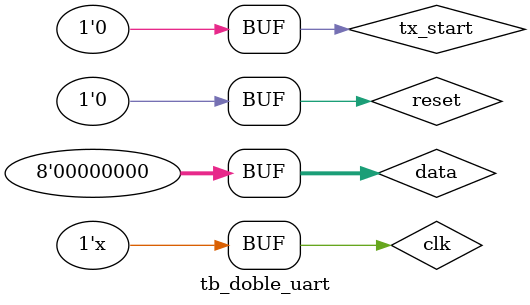
<source format=v>
`timescale 1ns / 1ps


module tb_doble_uart
    (

    );
    
    reg clk;
    reg reset;
    wire connect_tx;
    wire connect_rx;
    reg tx_start;
    reg [7:0] data;


    localparam [7:0] StartSignal        = 8'b 00000001,
                     ContinuosSignal    = 8'b 00000010,
                     StepByStepSignal   = 8'b 00000011,
                     ReProgramSignal    = 8'b 00000101,
                     StepSignal         = 8'b 00000110;

    top_modular#(
        .LEN(32),
        .estamos_en_test_bench(0)
        )
        u_top_modular(
            .CLK100MHZ(clk),
            .SWITCH_RESET(reset),
            .UART_TXD_IN (connect_tx),
            .UART_RXD_OUT(connect_rx)
        );  

    uart #(
    .NBITS(8),
    .NUM_TICKS(16),
    .BAUD_RATE(100000),
    .CLK_RATE(100000000)
    )
    u_uart(
        .CLK_100MHZ(clk),
        .reset(reset),
        .tx_start(tx_start),
        .rx(connect_rx),
        .data_in(data),

        .data_out(),
        .rx_done_tick(),
        .tx(connect_tx),
        .tx_done_tick()
        );

    initial
    begin
        clk = 0;
        reset = 1;
        #12
        reset = 0;
        data = ContinuosSignal;
        tx_start = 1;
        #3000
        data = 0;
        tx_start = 0;
        #(65 * 1000 * 1000)
        data = ContinuosSignal;
        tx_start = 1;
        #3000
        data = 0;
        tx_start = 0;
    end

    always 
    begin
        #5 clk = ~clk;
    end

endmodule
</source>
